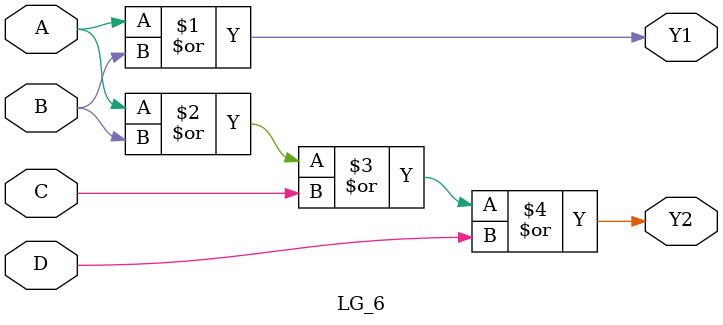
<source format=v>
module LG_6(input A,input B,input C,input D,output Y1,output Y2);
assign Y1 = A | B; // This is representative of IC7432 , IC 74832. These two are 2-Input OR gates.
assign Y2 = A | B | C | D; // This is representative of IC 74802. It is a 4-Input OR gate.
endmodule

</source>
